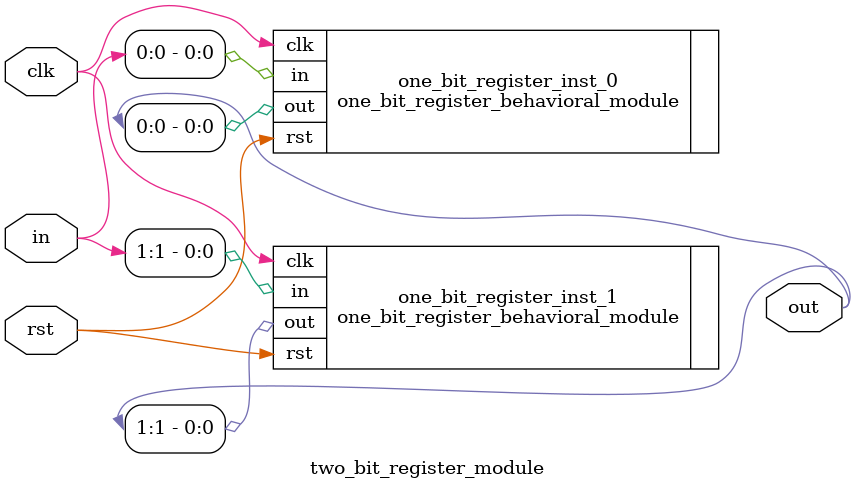
<source format=v>
module two_bit_register_module(

    input   [1:0]   in, 
    input           clk, 
    input           rst, 
    output  [1:0]   out
);

    one_bit_register_behavioral_module one_bit_register_inst_0(.in(in[0]), .clk(clk), .rst(rst), .out(out[0]));
    one_bit_register_behavioral_module one_bit_register_inst_1(.in(in[1]), .clk(clk), .rst(rst), .out(out[1]));

endmodule




</source>
